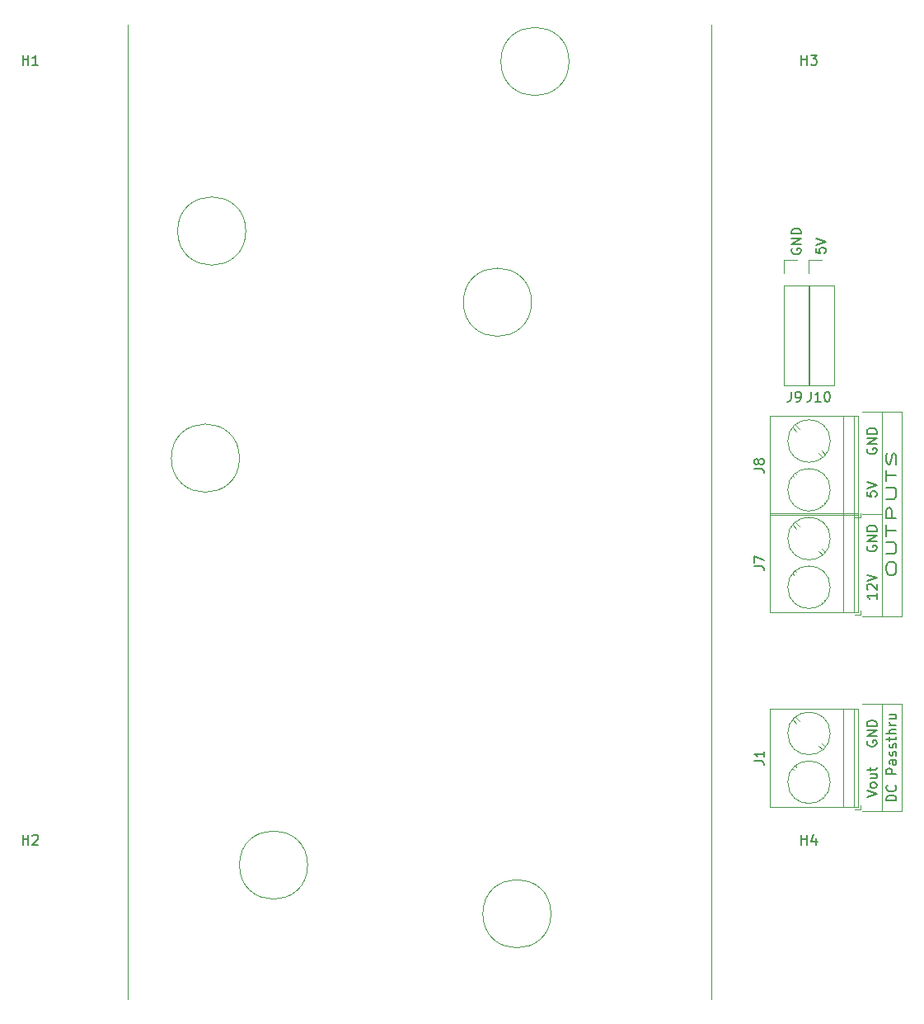
<source format=gto>
G04 #@! TF.GenerationSoftware,KiCad,Pcbnew,5.1.10*
G04 #@! TF.CreationDate,2021-05-19T15:41:42-05:00*
G04 #@! TF.ProjectId,Power Board,506f7765-7220-4426-9f61-72642e6b6963,rev?*
G04 #@! TF.SameCoordinates,Original*
G04 #@! TF.FileFunction,Legend,Top*
G04 #@! TF.FilePolarity,Positive*
%FSLAX46Y46*%
G04 Gerber Fmt 4.6, Leading zero omitted, Abs format (unit mm)*
G04 Created by KiCad (PCBNEW 5.1.10) date 2021-05-19 15:41:42*
%MOMM*%
%LPD*%
G01*
G04 APERTURE LIST*
%ADD10C,0.150000*%
%ADD11C,0.120000*%
%ADD12C,2.600000*%
%ADD13R,2.600000X2.600000*%
%ADD14C,5.500000*%
%ADD15R,3.750000X3.750000*%
%ADD16C,2.000000*%
%ADD17O,1.700000X1.700000*%
%ADD18R,1.700000X1.700000*%
%ADD19O,2.000000X1.700000*%
%ADD20O,1.950000X1.700000*%
%ADD21C,0.900000*%
%ADD22C,10.600000*%
G04 APERTURE END LIST*
D10*
X116452380Y-95654761D02*
X115452380Y-95654761D01*
X115452380Y-95416666D01*
X115500000Y-95273809D01*
X115595238Y-95178571D01*
X115690476Y-95130952D01*
X115880952Y-95083333D01*
X116023809Y-95083333D01*
X116214285Y-95130952D01*
X116309523Y-95178571D01*
X116404761Y-95273809D01*
X116452380Y-95416666D01*
X116452380Y-95654761D01*
X116357142Y-94083333D02*
X116404761Y-94130952D01*
X116452380Y-94273809D01*
X116452380Y-94369047D01*
X116404761Y-94511904D01*
X116309523Y-94607142D01*
X116214285Y-94654761D01*
X116023809Y-94702380D01*
X115880952Y-94702380D01*
X115690476Y-94654761D01*
X115595238Y-94607142D01*
X115500000Y-94511904D01*
X115452380Y-94369047D01*
X115452380Y-94273809D01*
X115500000Y-94130952D01*
X115547619Y-94083333D01*
X116452380Y-92892857D02*
X115452380Y-92892857D01*
X115452380Y-92511904D01*
X115500000Y-92416666D01*
X115547619Y-92369047D01*
X115642857Y-92321428D01*
X115785714Y-92321428D01*
X115880952Y-92369047D01*
X115928571Y-92416666D01*
X115976190Y-92511904D01*
X115976190Y-92892857D01*
X116452380Y-91464285D02*
X115928571Y-91464285D01*
X115833333Y-91511904D01*
X115785714Y-91607142D01*
X115785714Y-91797619D01*
X115833333Y-91892857D01*
X116404761Y-91464285D02*
X116452380Y-91559523D01*
X116452380Y-91797619D01*
X116404761Y-91892857D01*
X116309523Y-91940476D01*
X116214285Y-91940476D01*
X116119047Y-91892857D01*
X116071428Y-91797619D01*
X116071428Y-91559523D01*
X116023809Y-91464285D01*
X116404761Y-91035714D02*
X116452380Y-90940476D01*
X116452380Y-90750000D01*
X116404761Y-90654761D01*
X116309523Y-90607142D01*
X116261904Y-90607142D01*
X116166666Y-90654761D01*
X116119047Y-90750000D01*
X116119047Y-90892857D01*
X116071428Y-90988095D01*
X115976190Y-91035714D01*
X115928571Y-91035714D01*
X115833333Y-90988095D01*
X115785714Y-90892857D01*
X115785714Y-90750000D01*
X115833333Y-90654761D01*
X116404761Y-90226190D02*
X116452380Y-90130952D01*
X116452380Y-89940476D01*
X116404761Y-89845238D01*
X116309523Y-89797619D01*
X116261904Y-89797619D01*
X116166666Y-89845238D01*
X116119047Y-89940476D01*
X116119047Y-90083333D01*
X116071428Y-90178571D01*
X115976190Y-90226190D01*
X115928571Y-90226190D01*
X115833333Y-90178571D01*
X115785714Y-90083333D01*
X115785714Y-89940476D01*
X115833333Y-89845238D01*
X115785714Y-89511904D02*
X115785714Y-89130952D01*
X115452380Y-89369047D02*
X116309523Y-89369047D01*
X116404761Y-89321428D01*
X116452380Y-89226190D01*
X116452380Y-89130952D01*
X116452380Y-88797619D02*
X115452380Y-88797619D01*
X116452380Y-88369047D02*
X115928571Y-88369047D01*
X115833333Y-88416666D01*
X115785714Y-88511904D01*
X115785714Y-88654761D01*
X115833333Y-88750000D01*
X115880952Y-88797619D01*
X116452380Y-87892857D02*
X115785714Y-87892857D01*
X115976190Y-87892857D02*
X115880952Y-87845238D01*
X115833333Y-87797619D01*
X115785714Y-87702380D01*
X115785714Y-87607142D01*
X115785714Y-86845238D02*
X116452380Y-86845238D01*
X115785714Y-87273809D02*
X116309523Y-87273809D01*
X116404761Y-87226190D01*
X116452380Y-87130952D01*
X116452380Y-86988095D01*
X116404761Y-86892857D01*
X116357142Y-86845238D01*
D11*
X117000000Y-96750000D02*
X115000000Y-96750000D01*
X117000000Y-85750000D02*
X117000000Y-96750000D01*
X115000000Y-85750000D02*
X117000000Y-85750000D01*
X115000000Y-96750000D02*
X113000000Y-96750000D01*
X115000000Y-85750000D02*
X115000000Y-96750000D01*
X113000000Y-85750000D02*
X115000000Y-85750000D01*
D10*
X115452380Y-72011904D02*
X115452380Y-71630952D01*
X115500000Y-71440476D01*
X115595238Y-71250000D01*
X115785714Y-71154761D01*
X116119047Y-71154761D01*
X116309523Y-71250000D01*
X116404761Y-71440476D01*
X116452380Y-71630952D01*
X116452380Y-72011904D01*
X116404761Y-72202380D01*
X116309523Y-72392857D01*
X116119047Y-72488095D01*
X115785714Y-72488095D01*
X115595238Y-72392857D01*
X115500000Y-72202380D01*
X115452380Y-72011904D01*
X115452380Y-70297619D02*
X116261904Y-70297619D01*
X116357142Y-70202380D01*
X116404761Y-70107142D01*
X116452380Y-69916666D01*
X116452380Y-69535714D01*
X116404761Y-69345238D01*
X116357142Y-69250000D01*
X116261904Y-69154761D01*
X115452380Y-69154761D01*
X115452380Y-68488095D02*
X115452380Y-67345238D01*
X116452380Y-67916666D02*
X115452380Y-67916666D01*
X116452380Y-66678571D02*
X115452380Y-66678571D01*
X115452380Y-65916666D01*
X115500000Y-65726190D01*
X115547619Y-65630952D01*
X115642857Y-65535714D01*
X115785714Y-65535714D01*
X115880952Y-65630952D01*
X115928571Y-65726190D01*
X115976190Y-65916666D01*
X115976190Y-66678571D01*
X115452380Y-64678571D02*
X116261904Y-64678571D01*
X116357142Y-64583333D01*
X116404761Y-64488095D01*
X116452380Y-64297619D01*
X116452380Y-63916666D01*
X116404761Y-63726190D01*
X116357142Y-63630952D01*
X116261904Y-63535714D01*
X115452380Y-63535714D01*
X115452380Y-62869047D02*
X115452380Y-61726190D01*
X116452380Y-62297619D02*
X115452380Y-62297619D01*
X116404761Y-61154761D02*
X116452380Y-60869047D01*
X116452380Y-60392857D01*
X116404761Y-60202380D01*
X116357142Y-60107142D01*
X116261904Y-60011904D01*
X116166666Y-60011904D01*
X116071428Y-60107142D01*
X116023809Y-60202380D01*
X115976190Y-60392857D01*
X115928571Y-60773809D01*
X115880952Y-60964285D01*
X115833333Y-61059523D01*
X115738095Y-61154761D01*
X115642857Y-61154761D01*
X115547619Y-61059523D01*
X115500000Y-60964285D01*
X115452380Y-60773809D01*
X115452380Y-60297619D01*
X115500000Y-60011904D01*
D11*
X117000000Y-55750000D02*
X115000000Y-55750000D01*
X117000000Y-76750000D02*
X117000000Y-55750000D01*
X115000000Y-76750000D02*
X117000000Y-76750000D01*
X115000000Y-66250000D02*
X113000000Y-66250000D01*
X115000000Y-55750000D02*
X113000000Y-55750000D01*
X115000000Y-76750000D02*
X115000000Y-55750000D01*
X113000000Y-76750000D02*
X115000000Y-76750000D01*
D10*
X113452380Y-95273809D02*
X114452380Y-94940476D01*
X113452380Y-94607142D01*
X114452380Y-94130952D02*
X114404761Y-94226190D01*
X114357142Y-94273809D01*
X114261904Y-94321428D01*
X113976190Y-94321428D01*
X113880952Y-94273809D01*
X113833333Y-94226190D01*
X113785714Y-94130952D01*
X113785714Y-93988095D01*
X113833333Y-93892857D01*
X113880952Y-93845238D01*
X113976190Y-93797619D01*
X114261904Y-93797619D01*
X114357142Y-93845238D01*
X114404761Y-93892857D01*
X114452380Y-93988095D01*
X114452380Y-94130952D01*
X113785714Y-92940476D02*
X114452380Y-92940476D01*
X113785714Y-93369047D02*
X114309523Y-93369047D01*
X114404761Y-93321428D01*
X114452380Y-93226190D01*
X114452380Y-93083333D01*
X114404761Y-92988095D01*
X114357142Y-92940476D01*
X113785714Y-92607142D02*
X113785714Y-92226190D01*
X113452380Y-92464285D02*
X114309523Y-92464285D01*
X114404761Y-92416666D01*
X114452380Y-92321428D01*
X114452380Y-92226190D01*
X113500000Y-89511904D02*
X113452380Y-89607142D01*
X113452380Y-89750000D01*
X113500000Y-89892857D01*
X113595238Y-89988095D01*
X113690476Y-90035714D01*
X113880952Y-90083333D01*
X114023809Y-90083333D01*
X114214285Y-90035714D01*
X114309523Y-89988095D01*
X114404761Y-89892857D01*
X114452380Y-89750000D01*
X114452380Y-89654761D01*
X114404761Y-89511904D01*
X114357142Y-89464285D01*
X114023809Y-89464285D01*
X114023809Y-89654761D01*
X114452380Y-89035714D02*
X113452380Y-89035714D01*
X114452380Y-88464285D01*
X113452380Y-88464285D01*
X114452380Y-87988095D02*
X113452380Y-87988095D01*
X113452380Y-87750000D01*
X113500000Y-87607142D01*
X113595238Y-87511904D01*
X113690476Y-87464285D01*
X113880952Y-87416666D01*
X114023809Y-87416666D01*
X114214285Y-87464285D01*
X114309523Y-87511904D01*
X114404761Y-87607142D01*
X114452380Y-87750000D01*
X114452380Y-87988095D01*
X114452380Y-74369047D02*
X114452380Y-74940476D01*
X114452380Y-74654761D02*
X113452380Y-74654761D01*
X113595238Y-74750000D01*
X113690476Y-74845238D01*
X113738095Y-74940476D01*
X113547619Y-73988095D02*
X113500000Y-73940476D01*
X113452380Y-73845238D01*
X113452380Y-73607142D01*
X113500000Y-73511904D01*
X113547619Y-73464285D01*
X113642857Y-73416666D01*
X113738095Y-73416666D01*
X113880952Y-73464285D01*
X114452380Y-74035714D01*
X114452380Y-73416666D01*
X113452380Y-73130952D02*
X114452380Y-72797619D01*
X113452380Y-72464285D01*
X113500000Y-69511904D02*
X113452380Y-69607142D01*
X113452380Y-69750000D01*
X113500000Y-69892857D01*
X113595238Y-69988095D01*
X113690476Y-70035714D01*
X113880952Y-70083333D01*
X114023809Y-70083333D01*
X114214285Y-70035714D01*
X114309523Y-69988095D01*
X114404761Y-69892857D01*
X114452380Y-69750000D01*
X114452380Y-69654761D01*
X114404761Y-69511904D01*
X114357142Y-69464285D01*
X114023809Y-69464285D01*
X114023809Y-69654761D01*
X114452380Y-69035714D02*
X113452380Y-69035714D01*
X114452380Y-68464285D01*
X113452380Y-68464285D01*
X114452380Y-67988095D02*
X113452380Y-67988095D01*
X113452380Y-67750000D01*
X113500000Y-67607142D01*
X113595238Y-67511904D01*
X113690476Y-67464285D01*
X113880952Y-67416666D01*
X114023809Y-67416666D01*
X114214285Y-67464285D01*
X114309523Y-67511904D01*
X114404761Y-67607142D01*
X114452380Y-67750000D01*
X114452380Y-67988095D01*
X113500000Y-59511904D02*
X113452380Y-59607142D01*
X113452380Y-59750000D01*
X113500000Y-59892857D01*
X113595238Y-59988095D01*
X113690476Y-60035714D01*
X113880952Y-60083333D01*
X114023809Y-60083333D01*
X114214285Y-60035714D01*
X114309523Y-59988095D01*
X114404761Y-59892857D01*
X114452380Y-59750000D01*
X114452380Y-59654761D01*
X114404761Y-59511904D01*
X114357142Y-59464285D01*
X114023809Y-59464285D01*
X114023809Y-59654761D01*
X114452380Y-59035714D02*
X113452380Y-59035714D01*
X114452380Y-58464285D01*
X113452380Y-58464285D01*
X114452380Y-57988095D02*
X113452380Y-57988095D01*
X113452380Y-57750000D01*
X113500000Y-57607142D01*
X113595238Y-57511904D01*
X113690476Y-57464285D01*
X113880952Y-57416666D01*
X114023809Y-57416666D01*
X114214285Y-57464285D01*
X114309523Y-57511904D01*
X114404761Y-57607142D01*
X114452380Y-57750000D01*
X114452380Y-57988095D01*
X113452380Y-63940476D02*
X113452380Y-64416666D01*
X113928571Y-64464285D01*
X113880952Y-64416666D01*
X113833333Y-64321428D01*
X113833333Y-64083333D01*
X113880952Y-63988095D01*
X113928571Y-63940476D01*
X114023809Y-63892857D01*
X114261904Y-63892857D01*
X114357142Y-63940476D01*
X114404761Y-63988095D01*
X114452380Y-64083333D01*
X114452380Y-64321428D01*
X114404761Y-64416666D01*
X114357142Y-64464285D01*
X113452380Y-63607142D02*
X114452380Y-63273809D01*
X113452380Y-62940476D01*
X108202380Y-38940476D02*
X108202380Y-39416666D01*
X108678571Y-39464285D01*
X108630952Y-39416666D01*
X108583333Y-39321428D01*
X108583333Y-39083333D01*
X108630952Y-38988095D01*
X108678571Y-38940476D01*
X108773809Y-38892857D01*
X109011904Y-38892857D01*
X109107142Y-38940476D01*
X109154761Y-38988095D01*
X109202380Y-39083333D01*
X109202380Y-39321428D01*
X109154761Y-39416666D01*
X109107142Y-39464285D01*
X108202380Y-38607142D02*
X109202380Y-38273809D01*
X108202380Y-37940476D01*
X105750000Y-39011904D02*
X105702380Y-39107142D01*
X105702380Y-39250000D01*
X105750000Y-39392857D01*
X105845238Y-39488095D01*
X105940476Y-39535714D01*
X106130952Y-39583333D01*
X106273809Y-39583333D01*
X106464285Y-39535714D01*
X106559523Y-39488095D01*
X106654761Y-39392857D01*
X106702380Y-39250000D01*
X106702380Y-39154761D01*
X106654761Y-39011904D01*
X106607142Y-38964285D01*
X106273809Y-38964285D01*
X106273809Y-39154761D01*
X106702380Y-38535714D02*
X105702380Y-38535714D01*
X106702380Y-37964285D01*
X105702380Y-37964285D01*
X106702380Y-37488095D02*
X105702380Y-37488095D01*
X105702380Y-37250000D01*
X105750000Y-37107142D01*
X105845238Y-37011904D01*
X105940476Y-36964285D01*
X106130952Y-36916666D01*
X106273809Y-36916666D01*
X106464285Y-36964285D01*
X106559523Y-37011904D01*
X106654761Y-37107142D01*
X106702380Y-37250000D01*
X106702380Y-37488095D01*
D11*
X97500000Y-116000000D02*
X97500000Y-16000000D01*
X37500000Y-16000000D02*
X37500000Y-116000000D01*
X81000000Y-107250000D02*
G75*
G03*
X81000000Y-107250000I-3500000J0D01*
G01*
X56000000Y-102250000D02*
G75*
G03*
X56000000Y-102250000I-3500000J0D01*
G01*
X79000000Y-44500000D02*
G75*
G03*
X79000000Y-44500000I-3500000J0D01*
G01*
X49000000Y-60500000D02*
G75*
G03*
X49000000Y-60500000I-3500000J0D01*
G01*
X82850000Y-19800000D02*
G75*
G03*
X82850000Y-19800000I-3500000J0D01*
G01*
X49650000Y-37200000D02*
G75*
G03*
X49650000Y-37200000I-3500000J0D01*
G01*
X107460000Y-40170000D02*
X108790000Y-40170000D01*
X107460000Y-41500000D02*
X107460000Y-40170000D01*
X107460000Y-42770000D02*
X110120000Y-42770000D01*
X110120000Y-42770000D02*
X110120000Y-52990000D01*
X107460000Y-42770000D02*
X107460000Y-52990000D01*
X107460000Y-52990000D02*
X110120000Y-52990000D01*
X104920000Y-40170000D02*
X106250000Y-40170000D01*
X104920000Y-41500000D02*
X104920000Y-40170000D01*
X104920000Y-42770000D02*
X107580000Y-42770000D01*
X107580000Y-42770000D02*
X107580000Y-52990000D01*
X104920000Y-42770000D02*
X104920000Y-52990000D01*
X104920000Y-52990000D02*
X107580000Y-52990000D01*
X112800000Y-66550000D02*
X112800000Y-66150000D01*
X112160000Y-66550000D02*
X112800000Y-66550000D01*
X108492000Y-60008000D02*
X108888000Y-60403000D01*
X105846000Y-57362000D02*
X106226000Y-57742000D01*
X108774000Y-59757000D02*
X109154000Y-60137000D01*
X106112000Y-57096000D02*
X106508000Y-57491000D01*
X108781000Y-65298000D02*
X108888000Y-65404000D01*
X105846000Y-62362000D02*
X105953000Y-62469000D01*
X109047000Y-65032000D02*
X109154000Y-65138000D01*
X106112000Y-62096000D02*
X106219000Y-62203000D01*
X103440000Y-56190000D02*
X112560000Y-56190000D01*
X103440000Y-66310000D02*
X112560000Y-66310000D01*
X112560000Y-66310000D02*
X112560000Y-56190000D01*
X103440000Y-66310000D02*
X103440000Y-56190000D01*
X111000000Y-66310000D02*
X111000000Y-56190000D01*
X112100000Y-66310000D02*
X112100000Y-56190000D01*
X109680000Y-58750000D02*
G75*
G03*
X109680000Y-58750000I-2180000J0D01*
G01*
X109680000Y-63750000D02*
G75*
G03*
X109680000Y-63750000I-2180000J0D01*
G01*
X112800000Y-76550000D02*
X112800000Y-76150000D01*
X112160000Y-76550000D02*
X112800000Y-76550000D01*
X108492000Y-70008000D02*
X108888000Y-70403000D01*
X105846000Y-67362000D02*
X106226000Y-67742000D01*
X108774000Y-69757000D02*
X109154000Y-70137000D01*
X106112000Y-67096000D02*
X106508000Y-67491000D01*
X108781000Y-75298000D02*
X108888000Y-75404000D01*
X105846000Y-72362000D02*
X105953000Y-72469000D01*
X109047000Y-75032000D02*
X109154000Y-75138000D01*
X106112000Y-72096000D02*
X106219000Y-72203000D01*
X103440000Y-66190000D02*
X112560000Y-66190000D01*
X103440000Y-76310000D02*
X112560000Y-76310000D01*
X112560000Y-76310000D02*
X112560000Y-66190000D01*
X103440000Y-76310000D02*
X103440000Y-66190000D01*
X111000000Y-76310000D02*
X111000000Y-66190000D01*
X112100000Y-76310000D02*
X112100000Y-66190000D01*
X109680000Y-68750000D02*
G75*
G03*
X109680000Y-68750000I-2180000J0D01*
G01*
X109680000Y-73750000D02*
G75*
G03*
X109680000Y-73750000I-2180000J0D01*
G01*
X112800000Y-96550000D02*
X112800000Y-96150000D01*
X112160000Y-96550000D02*
X112800000Y-96550000D01*
X108492000Y-90008000D02*
X108888000Y-90403000D01*
X105846000Y-87362000D02*
X106226000Y-87742000D01*
X108774000Y-89757000D02*
X109154000Y-90137000D01*
X106112000Y-87096000D02*
X106508000Y-87491000D01*
X108781000Y-95298000D02*
X108888000Y-95404000D01*
X105846000Y-92362000D02*
X105953000Y-92469000D01*
X109047000Y-95032000D02*
X109154000Y-95138000D01*
X106112000Y-92096000D02*
X106219000Y-92203000D01*
X103440000Y-86190000D02*
X112560000Y-86190000D01*
X103440000Y-96310000D02*
X112560000Y-96310000D01*
X112560000Y-96310000D02*
X112560000Y-86190000D01*
X103440000Y-96310000D02*
X103440000Y-86190000D01*
X111000000Y-96310000D02*
X111000000Y-86190000D01*
X112100000Y-96310000D02*
X112100000Y-86190000D01*
X109680000Y-88750000D02*
G75*
G03*
X109680000Y-88750000I-2180000J0D01*
G01*
X109680000Y-93750000D02*
G75*
G03*
X109680000Y-93750000I-2180000J0D01*
G01*
D10*
X107690476Y-53702380D02*
X107690476Y-54416666D01*
X107642857Y-54559523D01*
X107547619Y-54654761D01*
X107404761Y-54702380D01*
X107309523Y-54702380D01*
X108690476Y-54702380D02*
X108119047Y-54702380D01*
X108404761Y-54702380D02*
X108404761Y-53702380D01*
X108309523Y-53845238D01*
X108214285Y-53940476D01*
X108119047Y-53988095D01*
X109309523Y-53702380D02*
X109404761Y-53702380D01*
X109500000Y-53750000D01*
X109547619Y-53797619D01*
X109595238Y-53892857D01*
X109642857Y-54083333D01*
X109642857Y-54321428D01*
X109595238Y-54511904D01*
X109547619Y-54607142D01*
X109500000Y-54654761D01*
X109404761Y-54702380D01*
X109309523Y-54702380D01*
X109214285Y-54654761D01*
X109166666Y-54607142D01*
X109119047Y-54511904D01*
X109071428Y-54321428D01*
X109071428Y-54083333D01*
X109119047Y-53892857D01*
X109166666Y-53797619D01*
X109214285Y-53750000D01*
X109309523Y-53702380D01*
X105666666Y-53702380D02*
X105666666Y-54416666D01*
X105619047Y-54559523D01*
X105523809Y-54654761D01*
X105380952Y-54702380D01*
X105285714Y-54702380D01*
X106190476Y-54702380D02*
X106380952Y-54702380D01*
X106476190Y-54654761D01*
X106523809Y-54607142D01*
X106619047Y-54464285D01*
X106666666Y-54273809D01*
X106666666Y-53892857D01*
X106619047Y-53797619D01*
X106571428Y-53750000D01*
X106476190Y-53702380D01*
X106285714Y-53702380D01*
X106190476Y-53750000D01*
X106142857Y-53797619D01*
X106095238Y-53892857D01*
X106095238Y-54130952D01*
X106142857Y-54226190D01*
X106190476Y-54273809D01*
X106285714Y-54321428D01*
X106476190Y-54321428D01*
X106571428Y-54273809D01*
X106619047Y-54226190D01*
X106666666Y-54130952D01*
X101892380Y-61583333D02*
X102606666Y-61583333D01*
X102749523Y-61630952D01*
X102844761Y-61726190D01*
X102892380Y-61869047D01*
X102892380Y-61964285D01*
X102320952Y-60964285D02*
X102273333Y-61059523D01*
X102225714Y-61107142D01*
X102130476Y-61154761D01*
X102082857Y-61154761D01*
X101987619Y-61107142D01*
X101940000Y-61059523D01*
X101892380Y-60964285D01*
X101892380Y-60773809D01*
X101940000Y-60678571D01*
X101987619Y-60630952D01*
X102082857Y-60583333D01*
X102130476Y-60583333D01*
X102225714Y-60630952D01*
X102273333Y-60678571D01*
X102320952Y-60773809D01*
X102320952Y-60964285D01*
X102368571Y-61059523D01*
X102416190Y-61107142D01*
X102511428Y-61154761D01*
X102701904Y-61154761D01*
X102797142Y-61107142D01*
X102844761Y-61059523D01*
X102892380Y-60964285D01*
X102892380Y-60773809D01*
X102844761Y-60678571D01*
X102797142Y-60630952D01*
X102701904Y-60583333D01*
X102511428Y-60583333D01*
X102416190Y-60630952D01*
X102368571Y-60678571D01*
X102320952Y-60773809D01*
X101892380Y-71583333D02*
X102606666Y-71583333D01*
X102749523Y-71630952D01*
X102844761Y-71726190D01*
X102892380Y-71869047D01*
X102892380Y-71964285D01*
X101892380Y-71202380D02*
X101892380Y-70535714D01*
X102892380Y-70964285D01*
X101892380Y-91583333D02*
X102606666Y-91583333D01*
X102749523Y-91630952D01*
X102844761Y-91726190D01*
X102892380Y-91869047D01*
X102892380Y-91964285D01*
X102892380Y-90583333D02*
X102892380Y-91154761D01*
X102892380Y-90869047D02*
X101892380Y-90869047D01*
X102035238Y-90964285D01*
X102130476Y-91059523D01*
X102178095Y-91154761D01*
X106738095Y-100152380D02*
X106738095Y-99152380D01*
X106738095Y-99628571D02*
X107309523Y-99628571D01*
X107309523Y-100152380D02*
X107309523Y-99152380D01*
X108214285Y-99485714D02*
X108214285Y-100152380D01*
X107976190Y-99104761D02*
X107738095Y-99819047D01*
X108357142Y-99819047D01*
X106738095Y-20152380D02*
X106738095Y-19152380D01*
X106738095Y-19628571D02*
X107309523Y-19628571D01*
X107309523Y-20152380D02*
X107309523Y-19152380D01*
X107690476Y-19152380D02*
X108309523Y-19152380D01*
X107976190Y-19533333D01*
X108119047Y-19533333D01*
X108214285Y-19580952D01*
X108261904Y-19628571D01*
X108309523Y-19723809D01*
X108309523Y-19961904D01*
X108261904Y-20057142D01*
X108214285Y-20104761D01*
X108119047Y-20152380D01*
X107833333Y-20152380D01*
X107738095Y-20104761D01*
X107690476Y-20057142D01*
X26738095Y-100152380D02*
X26738095Y-99152380D01*
X26738095Y-99628571D02*
X27309523Y-99628571D01*
X27309523Y-100152380D02*
X27309523Y-99152380D01*
X27738095Y-99247619D02*
X27785714Y-99200000D01*
X27880952Y-99152380D01*
X28119047Y-99152380D01*
X28214285Y-99200000D01*
X28261904Y-99247619D01*
X28309523Y-99342857D01*
X28309523Y-99438095D01*
X28261904Y-99580952D01*
X27690476Y-100152380D01*
X28309523Y-100152380D01*
X26738095Y-20152380D02*
X26738095Y-19152380D01*
X26738095Y-19628571D02*
X27309523Y-19628571D01*
X27309523Y-20152380D02*
X27309523Y-19152380D01*
X28309523Y-20152380D02*
X27738095Y-20152380D01*
X28023809Y-20152380D02*
X28023809Y-19152380D01*
X27928571Y-19295238D01*
X27833333Y-19390476D01*
X27738095Y-19438095D01*
%LPC*%
D12*
X94000000Y-87750000D03*
D13*
X89000000Y-87750000D03*
D14*
X77500000Y-107250000D03*
X52500000Y-102250000D03*
D15*
X88750000Y-118250000D03*
X88750000Y-96250000D03*
X41250000Y-118250000D03*
X41250000Y-96250000D03*
D14*
X45500000Y-60500000D03*
X75500000Y-44500000D03*
D15*
X81000000Y-43250000D03*
X81000000Y-61750000D03*
X40000000Y-43250000D03*
X40000000Y-61750000D03*
D16*
X39750000Y-23300000D03*
D14*
X46150000Y-37250000D03*
X79350000Y-19750000D03*
D15*
X84850000Y-19000000D03*
X84850000Y-38000000D03*
X40650000Y-19000000D03*
X40650000Y-38000000D03*
D17*
X83520000Y-120500000D03*
D18*
X80980000Y-120500000D03*
D17*
X55580000Y-120500000D03*
X53040000Y-120500000D03*
D18*
X50500000Y-120500000D03*
D17*
X65740000Y-120500000D03*
D18*
X63200000Y-120500000D03*
D17*
X73360000Y-120500000D03*
D18*
X70820000Y-120500000D03*
X68280000Y-120500000D03*
D17*
X78440000Y-120500000D03*
D18*
X75900000Y-120500000D03*
D17*
X60660000Y-120500000D03*
D18*
X58120000Y-120500000D03*
D17*
X108790000Y-51660000D03*
X108790000Y-49120000D03*
X108790000Y-46580000D03*
X108790000Y-44040000D03*
D18*
X108790000Y-41500000D03*
D17*
X106250000Y-51660000D03*
X106250000Y-49120000D03*
X106250000Y-46580000D03*
X106250000Y-44040000D03*
D18*
X106250000Y-41500000D03*
D12*
X107500000Y-58750000D03*
D13*
X107500000Y-63750000D03*
D12*
X107500000Y-68750000D03*
D13*
X107500000Y-73750000D03*
D19*
X92000000Y-32750000D03*
G36*
G01*
X91250000Y-29400000D02*
X92750000Y-29400000D01*
G75*
G02*
X93000000Y-29650000I0J-250000D01*
G01*
X93000000Y-30850000D01*
G75*
G02*
X92750000Y-31100000I-250000J0D01*
G01*
X91250000Y-31100000D01*
G75*
G02*
X91000000Y-30850000I0J250000D01*
G01*
X91000000Y-29650000D01*
G75*
G02*
X91250000Y-29400000I250000J0D01*
G01*
G37*
D12*
X89000000Y-60500000D03*
D13*
X94000000Y-60500000D03*
D12*
X107500000Y-88750000D03*
D13*
X107500000Y-93750000D03*
D12*
X94000000Y-51500000D03*
D13*
X89000000Y-51500000D03*
D20*
X92000000Y-24250000D03*
X92000000Y-21750000D03*
G36*
G01*
X91275000Y-18400000D02*
X92725000Y-18400000D01*
G75*
G02*
X92975000Y-18650000I0J-250000D01*
G01*
X92975000Y-19850000D01*
G75*
G02*
X92725000Y-20100000I-250000J0D01*
G01*
X91275000Y-20100000D01*
G75*
G02*
X91025000Y-19850000I0J250000D01*
G01*
X91025000Y-18650000D01*
G75*
G02*
X91275000Y-18400000I250000J0D01*
G01*
G37*
D21*
X110310749Y-103189251D03*
X107500000Y-102025000D03*
X104689251Y-103189251D03*
X103525000Y-106000000D03*
X104689251Y-108810749D03*
X107500000Y-109975000D03*
X110310749Y-108810749D03*
X111475000Y-106000000D03*
D22*
X107500000Y-106000000D03*
D21*
X110310749Y-23189251D03*
X107500000Y-22025000D03*
X104689251Y-23189251D03*
X103525000Y-26000000D03*
X104689251Y-28810749D03*
X107500000Y-29975000D03*
X110310749Y-28810749D03*
X111475000Y-26000000D03*
D22*
X107500000Y-26000000D03*
D21*
X30310749Y-103189251D03*
X27500000Y-102025000D03*
X24689251Y-103189251D03*
X23525000Y-106000000D03*
X24689251Y-108810749D03*
X27500000Y-109975000D03*
X30310749Y-108810749D03*
X31475000Y-106000000D03*
D22*
X27500000Y-106000000D03*
D21*
X30310749Y-23189251D03*
X27500000Y-22025000D03*
X24689251Y-23189251D03*
X23525000Y-26000000D03*
X24689251Y-28810749D03*
X27500000Y-29975000D03*
X30310749Y-28810749D03*
X31475000Y-26000000D03*
D22*
X27500000Y-26000000D03*
M02*

</source>
